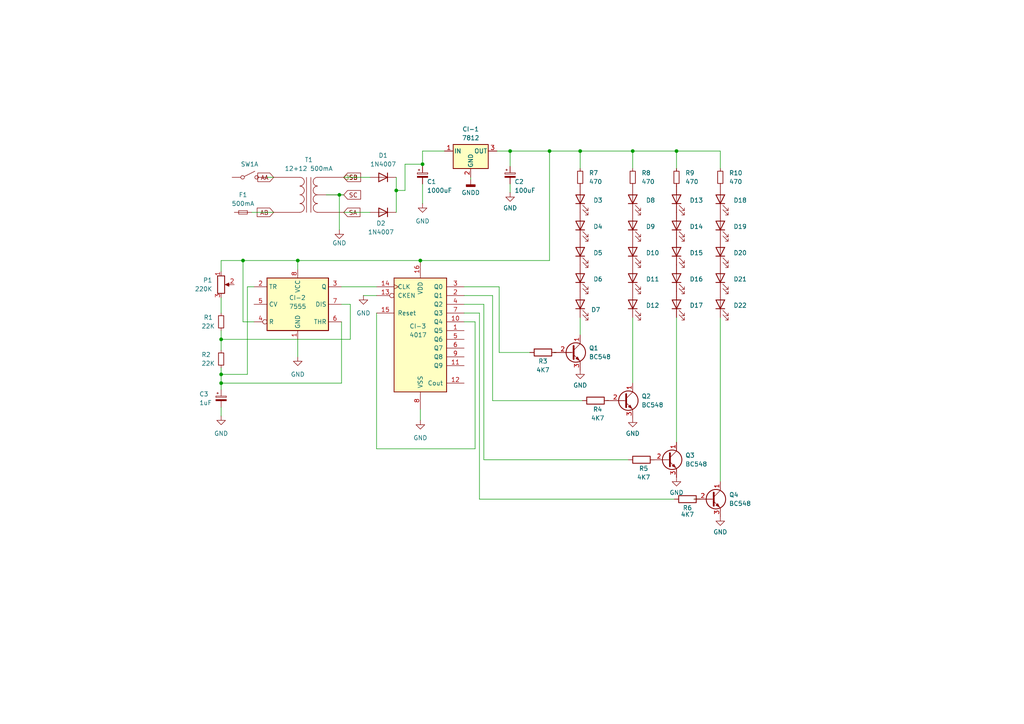
<source format=kicad_sch>
(kicad_sch (version 20231120) (generator "eeschema") (generator_version "8.0")
  (paper "A4")
  (lib_symbols
    (symbol "4xxx:4017" (pin_names (offset 1.016))
      (property "Reference" "U" (at -7.62 16.51 0))
      (property "Value" "4017" (at -7.62 -19.05 0))
      (symbol "4017_1_0"
        (pin output line (at 12.7 0 180) (length 5.08) (name "Q5") (number "1"))
        (pin output line (at 12.7 2.54 180) (length 5.08) (name "Q4") (number "10"))
        (pin output line (at 12.7 -10.16 180) (length 5.08) (name "Q9") (number "11"))
        (pin output line (at 12.7 -15.24 180) (length 5.08) (name "Cout") (number "12"))
        (pin input inverted (at -12.7 10.16 0) (length 5.08) (name "CKEN") (number "13"))
        (pin input clock (at -12.7 12.7 0) (length 5.08) (name "CLK") (number "14"))
        (pin input line (at -12.7 5.08 0) (length 5.08) (name "Reset") (number "15"))
        (pin power_in line (at 0 20.32 270) (length 5.08) (name "VDD") (number "16"))
        (pin output line (at 12.7 10.16 180) (length 5.08) (name "Q1") (number "2"))
        (pin output line (at 12.7 12.7 180) (length 5.08) (name "Q0") (number "3"))
        (pin output line (at 12.7 7.62 180) (length 5.08) (name "Q2") (number "4"))
        (pin output line (at 12.7 -2.54 180) (length 5.08) (name "Q6") (number "5"))
        (pin output line (at 12.7 -5.08 180) (length 5.08) (name "Q7") (number "6"))
        (pin output line (at 12.7 5.08 180) (length 5.08) (name "Q3") (number "7"))
        (pin power_in line (at 0 -22.86 90) (length 5.08) (name "VSS") (number "8"))
        (pin output line (at 12.7 -7.62 180) (length 5.08) (name "Q8") (number "9"))
      )
      (symbol "4017_1_1"
        (rectangle (start -7.62 15.24) (end 7.62 -17.78) (stroke (width 0.254)) (fill (type background)))
      )
    )
    (symbol "Device:C_Polarized_Small" (pin_numbers hide) (pin_names (offset 0.254) hide)
      (property "Reference" "C" (at 0.254 1.778 0))
      (property "Value" "C_Polarized_Small" (at 0.254 -2.032 0))
      (symbol "C_Polarized_Small_0_1"
        (rectangle (start -1.524 -0.3048) (end 1.524 -0.6858) (fill (type outline)))
        (rectangle (start -1.524 0.6858) (end 1.524 0.3048))
        (polyline (pts (xy -1.27 1.524) (xy -0.762 1.524)))
        (polyline (pts (xy -1.016 1.27) (xy -1.016 1.778)))
      )
      (symbol "C_Polarized_Small_1_1"
        (pin passive line (at 0 2.54 270) (length 1.8542) (name "~") (number "1"))
        (pin passive line (at 0 -2.54 90) (length 1.8542) (name "~") (number "2"))
      )
    )
    (symbol "Device:Fuse_Small" (pin_numbers hide) (pin_names (offset 0.254) hide)
      (property "Reference" "F" (at 0 -1.524 0))
      (property "Value" "Fuse_Small" (at 0 1.524 0))
      (symbol "Fuse_Small_0_1"
        (rectangle (start -1.27 0.508) (end 1.27 -0.508))
        (polyline (pts (xy -1.27 0) (xy 1.27 0)))
      )
      (symbol "Fuse_Small_1_1"
        (pin passive line (at -2.54 0 0) (length 1.27) (name "~") (number "1"))
        (pin passive line (at 2.54 0 180) (length 1.27) (name "~") (number "2"))
      )
    )
    (symbol "Device:LED" (pin_numbers hide) (pin_names (offset 1.016) hide)
      (property "Reference" "D" (at 0 2.54 0))
      (property "Value" "LED" (at 0 -2.54 0))
      (symbol "LED_0_1"
        (polyline (pts (xy -1.27 -1.27) (xy -1.27 1.27)) (stroke (width 0.254)))
        (polyline (pts (xy -1.27 0) (xy 1.27 0)))
        (polyline (pts (xy 1.27 -1.27) (xy 1.27 1.27) (xy -1.27 0) (xy 1.27 -1.27)) (stroke (width 0.254)))
        (polyline (pts (xy -3.048 -0.762) (xy -4.572 -2.286) (xy -3.81 -2.286) (xy -4.572 -2.286) (xy -4.572 -1.524)))
        (polyline (pts (xy -1.778 -0.762) (xy -3.302 -2.286) (xy -2.54 -2.286) (xy -3.302 -2.286) (xy -3.302 -1.524)))
      )
      (symbol "LED_1_1"
        (pin passive line (at -3.81 0 0) (length 2.54) (name "K") (number "1"))
        (pin passive line (at 3.81 0 180) (length 2.54) (name "A") (number "2"))
      )
    )
    (symbol "Device:R" (pin_numbers hide) (pin_names (offset 0))
      (property "Reference" "R" (at 2.032 0 90))
      (property "Value" "R" (at 0 0 90))
      (symbol "R_0_1"
        (rectangle (start -1.016 -2.54) (end 1.016 2.54) (stroke (width 0.254)))
      )
      (symbol "R_1_1"
        (pin passive line (at 0 3.81 270) (length 1.27) (name "~") (number "1"))
        (pin passive line (at 0 -3.81 90) (length 1.27) (name "~") (number "2"))
      )
    )
    (symbol "Device:R_Potentiometer" (pin_names (offset 1.016) hide)
      (property "Reference" "RV" (at -4.445 0 90))
      (property "Value" "R_Potentiometer" (at -2.54 0 90))
      (symbol "R_Potentiometer_0_1"
        (polyline (pts (xy 2.54 0) (xy 1.524 0)))
        (polyline (pts (xy 1.143 0) (xy 2.286 0.508) (xy 2.286 -0.508) (xy 1.143 0)) (fill (type outline)))
        (rectangle (start 1.016 2.54) (end -1.016 -2.54) (stroke (width 0.254)))
      )
      (symbol "R_Potentiometer_1_1"
        (pin passive line (at 0 3.81 270) (length 1.27) (name "1") (number "1"))
        (pin passive line (at 3.81 0 180) (length 1.27) (name "2") (number "2"))
        (pin passive line (at 0 -3.81 90) (length 1.27) (name "3") (number "3"))
      )
    )
    (symbol "Device:R_Small" (pin_numbers hide) (pin_names (offset 0.254) hide)
      (property "Reference" "R" (at 0.762 0.508 0))
      (property "Value" "R_Small" (at 0.762 -1.016 0))
      (symbol "R_Small_0_1"
        (rectangle (start -0.762 1.778) (end 0.762 -1.778) (stroke (width 0.2032)))
      )
      (symbol "R_Small_1_1"
        (pin passive line (at 0 2.54 270) (length 0.762) (name "~") (number "1"))
        (pin passive line (at 0 -2.54 90) (length 0.762) (name "~") (number "2"))
      )
    )
    (symbol "Device:Transformer_1P_SS" (pin_numbers hide) (pin_names (offset 1.016) hide)
      (property "Reference" "T" (at 0 6.35 0))
      (property "Value" "Transformer_1P_SS" (at 0 -7.62 0))
      (symbol "Transformer_1P_SS_0_1"
        (arc (start -2.54 -5.0546) (mid -1.6599 -4.6901) (end -1.27 -3.81))
        (arc (start -2.54 -2.5146) (mid -1.6599 -2.1501) (end -1.27 -1.27))
        (arc (start -2.54 0.0254) (mid -1.6599 0.3899) (end -1.27 1.27))
        (arc (start -2.54 2.5654) (mid -1.6599 2.9299) (end -1.27 3.81))
        (arc (start -1.27 -3.81) (mid -1.642 -2.912) (end -2.54 -2.54))
        (arc (start -1.27 -1.27) (mid -1.642 -0.372) (end -2.54 0))
        (arc (start -1.27 1.27) (mid -1.642 2.168) (end -2.54 2.54))
        (arc (start -1.27 3.81) (mid -1.642 4.708) (end -2.54 5.08))
        (polyline (pts (xy -0.635 5.08) (xy -0.635 -5.08)))
        (polyline (pts (xy 0.635 -5.08) (xy 0.635 5.08)))
        (arc (start 1.2954 -1.27) (mid 1.6599 -2.1501) (end 2.54 -2.5146))
        (arc (start 1.2954 1.27) (mid 1.6599 0.3899) (end 2.54 0.0254))
        (arc (start 1.2954 3.81) (mid 1.6599 2.9299) (end 2.54 2.5654))
        (arc (start 1.3208 -3.81) (mid 1.6853 -4.6901) (end 2.5654 -5.0546))
        (arc (start 2.54 0) (mid 1.642 -0.372) (end 1.2954 -1.27))
        (arc (start 2.54 2.54) (mid 1.642 2.168) (end 1.2954 1.27))
        (arc (start 2.54 5.08) (mid 1.642 4.708) (end 1.2954 3.81))
        (arc (start 2.5654 -2.54) (mid 1.6674 -2.912) (end 1.3208 -3.81))
      )
      (symbol "Transformer_1P_SS_1_1"
        (pin passive line (at -10.16 5.08 0) (length 7.62) (name "AA") (number "1"))
        (pin passive line (at -10.16 -5.08 0) (length 7.62) (name "AB") (number "2"))
        (pin passive line (at 10.16 -5.08 180) (length 7.62) (name "SA") (number "3"))
        (pin passive line (at 10.16 0 180) (length 7.62) (name "SC") (number "4"))
        (pin passive line (at 10.16 5.08 180) (length 7.62) (name "SB") (number "5"))
      )
    )
    (symbol "Diode:1N4007" (pin_numbers hide) (pin_names hide)
      (property "Reference" "D" (at 0 2.54 0))
      (property "Value" "1N4007" (at 0 -2.54 0))
      (symbol "1N4007_0_1"
        (polyline (pts (xy -1.27 1.27) (xy -1.27 -1.27)) (stroke (width 0.254)))
        (polyline (pts (xy 1.27 0) (xy -1.27 0)))
        (polyline (pts (xy 1.27 1.27) (xy 1.27 -1.27) (xy -1.27 0) (xy 1.27 1.27)) (stroke (width 0.254)))
      )
      (symbol "1N4007_1_1"
        (pin passive line (at -3.81 0 0) (length 2.54) (name "K") (number "1"))
        (pin passive line (at 3.81 0 180) (length 2.54) (name "A") (number "2"))
      )
    )
    (symbol "Regulator_Linear:L7812" (pin_names (offset 0.254))
      (property "Reference" "U" (at -3.81 3.175 0))
      (property "Value" "L7812" (at 0 3.175 0))
      (symbol "L7812_0_1"
        (rectangle (start -5.08 1.905) (end 5.08 -5.08) (stroke (width 0.254)) (fill (type background)))
      )
      (symbol "L7812_1_1"
        (pin power_in line (at -7.62 0 0) (length 2.54) (name "IN") (number "1"))
        (pin power_in line (at 0 -7.62 90) (length 2.54) (name "GND") (number "2"))
        (pin power_out line (at 7.62 0 180) (length 2.54) (name "OUT") (number "3"))
      )
    )
    (symbol "Switch:SW_DPST_x2" (pin_numbers hide) (pin_names (offset 0) hide)
      (property "Reference" "SW" (at 0 3.175 0))
      (property "Value" "SW_DPST_x2" (at 0 -2.54 0))
      (symbol "SW_DPST_x2_0_0"
        (circle (center -2.032 0) (radius 0.508))
        (polyline (pts (xy -1.524 0.254) (xy 1.524 1.778)))
        (circle (center 2.032 0) (radius 0.508))
      )
      (symbol "SW_DPST_x2_1_1"
        (pin passive line (at -5.08 0 0) (length 2.54) (name "A") (number "1"))
        (pin passive line (at 5.08 0 180) (length 2.54) (name "B") (number "2"))
      )
      (symbol "SW_DPST_x2_2_1"
        (pin passive line (at -5.08 0 0) (length 2.54) (name "A") (number "3"))
        (pin passive line (at 5.08 0 180) (length 2.54) (name "B") (number "4"))
      )
    )
    (symbol "Timer:ICM7555xB"
      (property "Reference" "U" (at -10.16 8.89 0))
      (property "Value" "ICM7555xB" (at 2.54 8.89 0))
      (symbol "ICM7555xB_0_0"
        (pin power_in line (at 0 -10.16 90) (length 2.54) (name "GND") (number "1"))
        (pin power_in line (at 0 10.16 270) (length 2.54) (name "VCC") (number "8"))
      )
      (symbol "ICM7555xB_0_1"
        (rectangle (start -8.89 -7.62) (end 8.89 7.62) (stroke (width 0.254)) (fill (type background)))
        (rectangle (start -8.89 -7.62) (end 8.89 7.62) (stroke (width 0.254)) (fill (type background)))
      )
      (symbol "ICM7555xB_1_1"
        (pin input line (at -12.7 5.08 0) (length 3.81) (name "TR") (number "2"))
        (pin output line (at 12.7 5.08 180) (length 3.81) (name "Q") (number "3"))
        (pin input inverted (at -12.7 -5.08 0) (length 3.81) (name "R") (number "4"))
        (pin input line (at -12.7 0 0) (length 3.81) (name "CV") (number "5"))
        (pin input line (at 12.7 -5.08 180) (length 3.81) (name "THR") (number "6"))
        (pin input line (at 12.7 0 180) (length 3.81) (name "DIS") (number "7"))
      )
    )
    (symbol "Transistor_BJT:BC548" (pin_names (offset 0) hide)
      (property "Reference" "Q" (at 5.08 1.905 0))
      (property "Value" "BC548" (at 5.08 0 0))
      (symbol "BC548_0_1"
        (polyline (pts (xy 0 0) (xy 0.635 0)))
        (polyline (pts (xy 0.635 0.635) (xy 2.54 2.54)))
        (polyline (pts (xy 0.635 -0.635) (xy 2.54 -2.54) (xy 2.54 -2.54)))
        (polyline (pts (xy 0.635 1.905) (xy 0.635 -1.905) (xy 0.635 -1.905)) (stroke (width 0.508)))
        (polyline (pts (xy 1.27 -1.778) (xy 1.778 -1.27) (xy 2.286 -2.286) (xy 1.27 -1.778) (xy 1.27 -1.778)) (fill (type outline)))
        (circle (center 1.27 0) (radius 2.8194) (stroke (width 0.254)))
      )
      (symbol "BC548_1_1"
        (pin passive line (at 2.54 5.08 270) (length 2.54) (name "C") (number "1"))
        (pin input line (at -5.08 0 0) (length 5.08) (name "B") (number "2"))
        (pin passive line (at 2.54 -5.08 90) (length 2.54) (name "E") (number "3"))
      )
    )
    (symbol "power:GND" (power) (pin_numbers hide) (pin_names (offset 0) hide)
      (property "Value" "GND" (at 0 -3.81 0))
      (symbol "GND_0_1"
        (polyline (pts (xy 0 0) (xy 0 -1.27) (xy 1.27 -1.27) (xy 0 -2.54) (xy -1.27 -1.27) (xy 0 -1.27)))
      )
      (symbol "GND_1_1"
        (pin power_in line (at 0 0 270) (length 0) (name "~") (number "1"))
      )
    )
    (symbol "power:GNDD" (power) (pin_numbers hide) (pin_names (offset 0) hide)
      (property "Value" "GNDD" (at 0 -3.175 0))
      (symbol "GNDD_0_1"
        (rectangle (start -1.27 -1.524) (end 1.27 -2.032) (stroke (width 0.254)) (fill (type outline)))
        (polyline (pts (xy 0 0) (xy 0 -1.524)))
      )
      (symbol "GNDD_1_1"
        (pin power_in line (at 0 0 270) (length 0) (name "~") (number "1"))
      )
    )
  )
  (junction (at 86.36 75.565))
  (junction (at 114.935 55.245))
  (junction (at 70.485 75.565))
  (junction (at 147.955 43.815))
  (junction (at 64.135 108.585))
  (junction (at 168.275 43.815))
  (junction (at 196.215 43.815))
  (junction (at 121.92 75.565))
  (junction (at 64.135 111.125))
  (junction (at 64.135 98.425))
  (junction (at 122.555 47.625))
  (junction (at 183.515 43.815))
  (junction (at 98.425 56.515))
  (junction (at 159.385 43.815))
  (wire (pts (xy 86.36 75.565) (xy 86.36 78.105)))
  (wire (pts (xy 147.955 43.815) (xy 144.145 43.815)))
  (wire (pts (xy 139.065 90.805) (xy 139.065 144.78)))
  (wire (pts (xy 64.135 95.885) (xy 64.135 98.425)))
  (wire (pts (xy 79.375 61.595) (xy 73.025 61.595)))
  (wire (pts (xy 122.555 47.625) (xy 122.555 48.26)))
  (wire (pts (xy 208.915 43.815) (xy 208.915 48.895)))
  (wire (pts (xy 137.795 93.345) (xy 134.62 93.345)))
  (wire (pts (xy 175.895 116.205) (xy 176.53 116.205)))
  (wire (pts (xy 99.06 88.265) (xy 101.6 88.265)))
  (wire (pts (xy 109.22 130.175) (xy 137.795 130.175)))
  (wire (pts (xy 64.135 111.125) (xy 99.06 111.125)))
  (wire (pts (xy 122.555 43.815) (xy 128.905 43.815)))
  (wire (pts (xy 71.755 83.185) (xy 71.755 108.585)))
  (wire (pts (xy 64.135 98.425) (xy 64.135 101.6)))
  (wire (pts (xy 208.915 92.075) (xy 208.915 139.7)))
  (wire (pts (xy 86.36 98.425) (xy 86.36 103.505)))
  (wire (pts (xy 159.385 43.815) (xy 159.385 75.565)))
  (wire (pts (xy 168.275 43.815) (xy 183.515 43.815)))
  (wire (pts (xy 64.135 106.68) (xy 64.135 108.585)))
  (wire (pts (xy 147.955 43.815) (xy 159.385 43.815)))
  (wire (pts (xy 142.875 116.205) (xy 168.91 116.205)))
  (wire (pts (xy 70.485 75.565) (xy 70.485 93.345)))
  (wire (pts (xy 99.695 56.515) (xy 98.425 56.515)))
  (wire (pts (xy 144.78 83.185) (xy 144.78 102.235)))
  (wire (pts (xy 99.695 51.435) (xy 107.315 51.435)))
  (wire (pts (xy 101.6 88.265) (xy 101.6 98.425)))
  (wire (pts (xy 134.62 85.725) (xy 142.875 85.725)))
  (wire (pts (xy 134.62 88.265) (xy 140.335 88.265)))
  (wire (pts (xy 134.62 90.805) (xy 139.065 90.805)))
  (wire (pts (xy 159.385 43.815) (xy 168.275 43.815)))
  (wire (pts (xy 114.935 55.245) (xy 114.935 61.595)))
  (wire (pts (xy 109.22 90.805) (xy 109.22 130.175)))
  (wire (pts (xy 114.935 51.435) (xy 114.935 55.245)))
  (wire (pts (xy 98.425 56.515) (xy 94.615 56.515)))
  (wire (pts (xy 183.515 43.815) (xy 183.515 48.895)))
  (wire (pts (xy 107.315 61.595) (xy 99.695 61.595)))
  (wire (pts (xy 183.515 92.075) (xy 183.515 111.125)))
  (wire (pts (xy 142.875 85.725) (xy 142.875 116.205)))
  (wire (pts (xy 159.385 75.565) (xy 121.92 75.565)))
  (wire (pts (xy 144.78 102.235) (xy 153.67 102.235)))
  (wire (pts (xy 64.135 111.125) (xy 64.135 113.03)))
  (wire (pts (xy 168.275 43.815) (xy 168.275 48.895)))
  (wire (pts (xy 64.135 108.585) (xy 64.135 111.125)))
  (wire (pts (xy 64.135 98.425) (xy 101.6 98.425)))
  (wire (pts (xy 77.47 51.435) (xy 79.375 51.435)))
  (wire (pts (xy 117.475 47.625) (xy 117.475 55.245)))
  (wire (pts (xy 99.06 93.345) (xy 99.06 111.125)))
  (wire (pts (xy 122.555 43.815) (xy 122.555 47.625)))
  (wire (pts (xy 136.525 52.07) (xy 136.525 51.435)))
  (wire (pts (xy 137.795 93.345) (xy 137.795 130.175)))
  (wire (pts (xy 140.335 88.265) (xy 140.335 133.35)))
  (wire (pts (xy 196.215 43.815) (xy 208.915 43.815)))
  (wire (pts (xy 70.485 75.565) (xy 86.36 75.565)))
  (wire (pts (xy 64.135 120.65) (xy 64.135 118.11)))
  (wire (pts (xy 196.215 43.815) (xy 196.215 48.895)))
  (wire (pts (xy 134.62 83.185) (xy 144.78 83.185)))
  (wire (pts (xy 139.065 144.78) (xy 195.58 144.78)))
  (wire (pts (xy 122.555 53.34) (xy 122.555 59.055)))
  (wire (pts (xy 121.92 121.92) (xy 121.92 118.745)))
  (wire (pts (xy 98.425 56.515) (xy 98.425 66.675)))
  (wire (pts (xy 147.955 48.26) (xy 147.955 43.815)))
  (wire (pts (xy 121.92 75.565) (xy 86.36 75.565)))
  (wire (pts (xy 64.135 75.565) (xy 70.485 75.565)))
  (wire (pts (xy 147.955 55.88) (xy 147.955 53.34)))
  (wire (pts (xy 64.135 75.565) (xy 64.135 78.74)))
  (wire (pts (xy 140.335 133.35) (xy 182.245 133.35)))
  (wire (pts (xy 196.215 92.075) (xy 196.215 128.27)))
  (wire (pts (xy 73.66 83.185) (xy 71.755 83.185)))
  (wire (pts (xy 99.06 83.185) (xy 109.22 83.185)))
  (wire (pts (xy 64.135 108.585) (xy 71.755 108.585)))
  (wire (pts (xy 117.475 47.625) (xy 122.555 47.625)))
  (wire (pts (xy 168.275 92.075) (xy 168.275 97.155)))
  (wire (pts (xy 188.595 133.35) (xy 189.865 133.35)))
  (wire (pts (xy 183.515 43.815) (xy 196.215 43.815)))
  (wire (pts (xy 117.475 55.245) (xy 114.935 55.245)))
  (wire (pts (xy 160.655 102.235) (xy 161.29 102.235)))
  (wire (pts (xy 64.135 86.36) (xy 64.135 90.805)))
  (wire (pts (xy 105.41 85.725) (xy 109.22 85.725)))
  (wire (pts (xy 73.66 93.345) (xy 70.485 93.345)))
  (wire (pts (xy 201.295 144.78) (xy 203.2 144.78)))
  (global_label "SC" (shape input) (at 99.695 56.515 0) (property "Intersheetrefs" "${INTERSHEET_REFS}" (effects (hide yes))))
  (global_label "SA" (shape input) (at 99.695 61.595 0) (property "Intersheetrefs" "${INTERSHEET_REFS}" (effects (hide yes))))
  (global_label "AA" (shape input) (at 79.375 51.435 180) (property "Intersheetrefs" "${INTERSHEET_REFS}" (effects (hide yes))))
  (global_label "SB" (shape input) (at 99.695 51.435 0) (property "Intersheetrefs" "${INTERSHEET_REFS}" (effects (hide yes))))
  (global_label "AB" (shape input) (at 79.375 61.595 180) (property "Intersheetrefs" "${INTERSHEET_REFS}" (effects (hide yes))))
  (hierarchical_label "SB" (shape input) (at 99.695 51.435 0))
  (symbol (lib_id "Device:LED") (at 168.275 88.265 90) (unit 1)
    (property "Reference" "D7" (at 171.45 89.8524 90) (effects (justify right)))
    (property "Value" "LED" (effects (hide yes)))
    (property "Footprint" "LED_THT:LED_D5.0mm" (effects (hide yes)))
    (property "Description" "Light emitting diode" (effects (hide yes)))
  )
  (symbol (lib_id "Switch:SW_DPST_x2") (at 72.39 51.435 0) (unit 1)
    (property "Reference" "SW1" (at 72.39 47.625 0))
    (property "Footprint" "Button_Switch_SMD:SW_DIP_SPSTx01_Slide_6.7x4.1mm_W6.73mm_P2.54mm_LowProfile_JPin" (effects (hide yes)))
    (property "Description" "Single Pole Single Throw (SPST) switch, separate symbol" (effects (hide yes)))
  )
  (symbol (lib_id "Device:R") (at 157.48 102.235 270) (unit 1)
    (property "Reference" "R3" (at 157.48 104.775 90))
    (property "Value" "4K7" (at 157.48 107.315 90))
    (property "Footprint" "Resistor_THT:R_Axial_DIN0204_L3.6mm_D1.6mm_P1.90mm_Vertical" (effects (hide yes)))
    (property "Description" "Resistor" (effects (hide yes)))
  )
  (symbol (lib_id "Device:LED") (at 183.515 88.265 90) (unit 1)
    (property "Reference" "D12" (at 187.325 88.5824 90) (effects (justify right)))
    (property "Value" "LED" (effects (hide yes)))
    (property "Footprint" "LED_THT:LED_D5.0mm" (effects (hide yes)))
    (property "Description" "Light emitting diode" (effects (hide yes)))
  )
  (symbol (lib_id "power:GND") (at 64.135 120.65 0) (unit 1)
    (property "Reference" "#PWR01" (effects (hide yes)))
    (property "Value" "GND" (at 64.135 125.73 0))
    (property "Description" "Power symbol creates a global label with name \"GND\" , ground" (effects (hide yes)))
  )
  (symbol (lib_id "power:GND") (at 196.215 138.43 0) (unit 1)
    (property "Reference" "#PWR09" (effects (hide yes)))
    (property "Value" "GND" (at 196.215 142.875 0))
    (property "Description" "Power symbol creates a global label with name \"GND\" , ground" (effects (hide yes)))
  )
  (symbol (lib_id "Device:LED") (at 196.215 80.645 90) (unit 1)
    (property "Reference" "D16" (at 200.025 80.9624 90) (effects (justify right)))
    (property "Value" "LED" (effects (hide yes)))
    (property "Footprint" "LED_THT:LED_D5.0mm" (effects (hide yes)))
    (property "Description" "Light emitting diode" (effects (hide yes)))
  )
  (symbol (lib_id "Device:R_Potentiometer") (at 64.135 82.55 0) (unit 1)
    (property "Reference" "P1" (at 61.595 81.28 0) (effects (justify right)))
    (property "Value" "220K" (at 61.595 83.82 0) (effects (justify right)))
    (property "Footprint" "Potentiometer_THT:Potentiometer_Vishay_T93YA_Vertical" (effects (hide yes)))
    (property "Description" "Potentiometer" (effects (hide yes)))
  )
  (symbol (lib_id "Transistor_BJT:BC548") (at 180.975 116.205 0) (unit 1)
    (property "Reference" "Q2" (at 186.055 114.9349 0) (effects (justify left)))
    (property "Value" "BC548" (at 186.055 117.4749 0) (effects (justify left)))
    (property "Footprint" "Package_TO_SOT_THT:TO-92L_Inline" (effects (hide yes)))
    (property "Datasheet" "https://www.onsemi.com/pub/Collateral/BC550-D.pdf" (effects (hide yes)))
    (property "Description" "0.1A Ic, 30V Vce, Small Signal NPN Transistor, TO-92" (effects (hide yes)))
  )
  (symbol (lib_id "Device:LED") (at 183.515 80.645 90) (unit 1)
    (property "Reference" "D11" (at 187.325 80.9624 90) (effects (justify right)))
    (property "Value" "LED" (effects (hide yes)))
    (property "Footprint" "LED_THT:LED_D5.0mm" (effects (hide yes)))
    (property "Description" "Light emitting diode" (effects (hide yes)))
  )
  (symbol (lib_id "4xxx:4017") (at 121.92 95.885 0) (unit 1)
    (property "Reference" "CI-3" (at 118.745 94.615 0) (effects (justify left)))
    (property "Value" "4017" (at 118.745 97.155 0) (effects (justify left)))
    (property "Footprint" "Package_DIP:DIP-16_W7.62mm" (effects (hide yes)))
    (property "Datasheet" "http://www.intersil.com/content/dam/Intersil/documents/cd40/cd4017bms-22bms.pdf" (effects (hide yes)))
    (property "Description" "Johnson Counter ( 10 outputs )" (effects (hide yes)))
  )
  (symbol (lib_id "Device:R_Small") (at 168.275 51.435 0) (unit 1)
    (property "Reference" "R7" (at 170.815 50.1649 0) (effects (justify left)))
    (property "Value" "470" (at 170.815 52.7049 0) (effects (justify left)))
    (property "Footprint" "Resistor_THT:R_Axial_DIN0204_L3.6mm_D1.6mm_P1.90mm_Vertical" (effects (hide yes)))
    (property "Description" "Resistor, small symbol" (effects (hide yes)))
  )
  (symbol (lib_id "Device:LED") (at 168.275 80.645 90) (unit 1)
    (property "Reference" "D6" (at 172.085 80.9624 90) (effects (justify right)))
    (property "Value" "LED" (effects (hide yes)))
    (property "Footprint" "LED_THT:LED_D5.0mm" (effects (hide yes)))
    (property "Description" "Light emitting diode" (effects (hide yes)))
  )
  (symbol (lib_id "power:GNDD") (at 136.525 52.07 0) (unit 1)
    (property "Reference" "#PWR03" (effects (hide yes)))
    (property "Value" "GNDD" (at 136.525 55.88 0))
    (property "Description" "Power symbol creates a global label with name \"GNDD\" , digital ground" (effects (hide yes)))
  )
  (symbol (lib_id "power:GND") (at 121.92 121.92 0) (unit 1)
    (property "Reference" "#PWR05" (effects (hide yes)))
    (property "Value" "GND" (at 121.92 127 0))
    (property "Description" "Power symbol creates a global label with name \"GND\" , ground" (effects (hide yes)))
  )
  (symbol (lib_id "power:GND") (at 122.555 59.055 0) (unit 1)
    (property "Reference" "#PWR02" (effects (hide yes)))
    (property "Value" "GND" (at 122.555 64.135 0))
    (property "Description" "Power symbol creates a global label with name \"GND\" , ground" (effects (hide yes)))
  )
  (symbol (lib_id "power:GND") (at 147.955 55.88 0) (unit 1)
    (property "Reference" "#PWR013" (effects (hide yes)))
    (property "Value" "GND" (at 147.955 60.325 0))
    (property "Description" "Power symbol creates a global label with name \"GND\" , ground" (effects (hide yes)))
  )
  (symbol (lib_id "Device:LED") (at 168.275 65.405 90) (unit 1)
    (property "Reference" "D4" (at 172.085 65.7224 90) (effects (justify right)))
    (property "Value" "LED" (effects (hide yes)))
    (property "Footprint" "LED_THT:LED_D5.0mm" (effects (hide yes)))
    (property "Description" "Light emitting diode" (effects (hide yes)))
  )
  (symbol (lib_id "Diode:1N4007") (at 111.125 61.595 180) (unit 1)
    (property "Reference" "D2" (at 110.49 64.77 0))
    (property "Value" "1N4007" (at 110.49 67.31 0))
    (property "Footprint" "Diode_THT:D_T-1_P10.16mm_Horizontal" (effects (hide yes)))
    (property "Datasheet" "http://www.vishay.com/docs/88503/1n4001.pdf" (effects (hide yes)))
    (property "Description" "1000V 1A General Purpose Rectifier Diode, DO-41" (effects (hide yes)))
    (property "Sim.Device" "D" (effects (hide yes)))
    (property "Sim.Pins" "1=K 2=A" (effects (hide yes)))
  )
  (symbol (lib_id "power:GND") (at 168.275 107.315 0) (unit 1)
    (property "Reference" "#PWR07" (effects (hide yes)))
    (property "Value" "GND" (at 168.275 111.76 0))
    (property "Description" "Power symbol creates a global label with name \"GND\" , ground" (effects (hide yes)))
  )
  (symbol (lib_id "Device:LED") (at 208.915 88.265 90) (unit 1)
    (property "Reference" "D22" (at 212.725 88.5824 90) (effects (justify right)))
    (property "Value" "LED" (effects (hide yes)))
    (property "Footprint" "LED_THT:LED_D5.0mm" (effects (hide yes)))
    (property "Description" "Light emitting diode" (effects (hide yes)))
  )
  (symbol (lib_id "Device:LED") (at 208.915 57.785 90) (unit 1)
    (property "Reference" "D18" (at 212.725 58.1024 90) (effects (justify right)))
    (property "Value" "LED" (effects (hide yes)))
    (property "Footprint" "LED_THT:LED_D5.0mm" (effects (hide yes)))
    (property "Description" "Light emitting diode" (effects (hide yes)))
  )
  (symbol (lib_id "Device:R_Small") (at 64.135 104.14 0) (unit 1)
    (property "Reference" "R2" (at 58.42 102.87 0) (effects (justify left)))
    (property "Value" "22K" (at 58.42 105.41 0) (effects (justify left)))
    (property "Footprint" "Resistor_THT:R_Axial_DIN0204_L3.6mm_D1.6mm_P5.08mm_Vertical" (effects (hide yes)))
    (property "Description" "Resistor, small symbol" (effects (hide yes)))
  )
  (symbol (lib_id "Device:LED") (at 208.915 80.645 90) (unit 1)
    (property "Reference" "D21" (at 212.725 80.9624 90) (effects (justify right)))
    (property "Value" "LED" (effects (hide yes)))
    (property "Footprint" "LED_THT:LED_D5.0mm" (effects (hide yes)))
    (property "Description" "Light emitting diode" (effects (hide yes)))
  )
  (symbol (lib_id "power:GND") (at 105.41 85.725 0) (unit 1)
    (property "Reference" "#PWR06" (effects (hide yes)))
    (property "Value" "GND" (at 105.41 90.805 0))
    (property "Description" "Power symbol creates a global label with name \"GND\" , ground" (effects (hide yes)))
  )
  (symbol (lib_id "Device:Fuse_Small") (at 70.485 61.595 0) (unit 1)
    (property "Reference" "F1" (at 70.485 56.515 0))
    (property "Value" "500mA" (at 70.485 59.055 0))
    (property "Footprint" "Fuse:Fuse_1812_4532Metric" (effects (hide yes)))
    (property "Description" "Fuse, small symbol" (effects (hide yes)))
  )
  (symbol (lib_id "power:GND") (at 208.915 149.86 0) (unit 1)
    (property "Reference" "#PWR010" (effects (hide yes)))
    (property "Value" "GND" (at 208.915 154.305 0))
    (property "Description" "Power symbol creates a global label with name \"GND\" , ground" (effects (hide yes)))
  )
  (symbol (lib_id "Diode:1N4007") (at 111.125 51.435 180) (unit 1)
    (property "Reference" "D1" (at 111.125 45.085 0))
    (property "Value" "1N4007" (at 111.125 47.625 0))
    (property "Footprint" "Diode_THT:D_T-1_P10.16mm_Horizontal" (effects (hide yes)))
    (property "Datasheet" "http://www.vishay.com/docs/88503/1n4001.pdf" (effects (hide yes)))
    (property "Description" "1000V 1A General Purpose Rectifier Diode, DO-41" (effects (hide yes)))
    (property "Sim.Device" "D" (effects (hide yes)))
    (property "Sim.Pins" "1=K 2=A" (effects (hide yes)))
  )
  (symbol (lib_id "Timer:ICM7555xB") (at 86.36 88.265 0) (unit 1)
    (property "Reference" "CI-2" (at 83.82 86.36 0) (effects (justify left)))
    (property "Value" "7555" (at 83.82 88.9 0) (effects (justify left)))
    (property "Footprint" "Package_DIP:DIP-8_W7.62mm_Socket" (effects (hide yes)))
    (property "Datasheet" "http://www.intersil.com/content/dam/Intersil/documents/icm7/icm7555-56.pdf" (effects (hide yes)))
    (property "Description" "CMOS General Purpose Timer, 555 compatible, SOIC-8" (effects (hide yes)))
  )
  (symbol (lib_id "Device:LED") (at 183.515 57.785 90) (unit 1)
    (property "Reference" "D8" (at 187.325 58.1024 90) (effects (justify right)))
    (property "Value" "LED" (effects (hide yes)))
    (property "Footprint" "LED_THT:LED_D5.0mm" (effects (hide yes)))
    (property "Description" "Light emitting diode" (effects (hide yes)))
  )
  (symbol (lib_id "Device:LED") (at 208.915 73.025 90) (unit 1)
    (property "Reference" "D20" (at 212.725 73.3424 90) (effects (justify right)))
    (property "Value" "LED" (effects (hide yes)))
    (property "Footprint" "LED_THT:LED_D5.0mm" (effects (hide yes)))
    (property "Description" "Light emitting diode" (effects (hide yes)))
  )
  (symbol (lib_id "Device:LED") (at 168.275 57.785 90) (unit 1)
    (property "Reference" "D3" (at 172.085 58.1024 90) (effects (justify right)))
    (property "Value" "LED" (effects (hide yes)))
    (property "Footprint" "LED_THT:LED_D5.0mm" (effects (hide yes)))
    (property "Description" "Light emitting diode" (effects (hide yes)))
  )
  (symbol (lib_id "Device:Transformer_1P_SS") (at 89.535 56.515 0) (unit 1)
    (property "Reference" "T1" (at 89.5477 46.355 0))
    (property "Value" "12+12 500mA" (at 89.5477 48.895 0))
    (property "Footprint" "Transformer_SMD:Transformer_MACOM_SM-22" (effects (hide yes)))
    (property "Description" "Transformer, single primary, split secondary" (effects (hide yes)))
  )
  (symbol (lib_id "Transistor_BJT:BC548") (at 193.675 133.35 0) (unit 1)
    (property "Reference" "Q3" (at 198.755 132.0799 0) (effects (justify left)))
    (property "Value" "BC548" (at 198.755 134.6199 0) (effects (justify left)))
    (property "Footprint" "Package_TO_SOT_THT:TO-92L_Inline" (effects (hide yes)))
    (property "Datasheet" "https://www.onsemi.com/pub/Collateral/BC550-D.pdf" (effects (hide yes)))
    (property "Description" "0.1A Ic, 30V Vce, Small Signal NPN Transistor, TO-92" (effects (hide yes)))
  )
  (symbol (lib_id "Device:LED") (at 208.915 65.405 90) (unit 1)
    (property "Reference" "D19" (at 212.725 65.7224 90) (effects (justify right)))
    (property "Value" "LED" (effects (hide yes)))
    (property "Footprint" "LED_THT:LED_D5.0mm" (effects (hide yes)))
    (property "Description" "Light emitting diode" (effects (hide yes)))
  )
  (symbol (lib_id "Device:R") (at 172.72 116.205 270) (unit 1)
    (property "Reference" "R4" (at 173.355 118.745 90))
    (property "Value" "4K7" (at 173.355 121.285 90))
    (property "Footprint" "Resistor_THT:R_Axial_DIN0204_L3.6mm_D1.6mm_P1.90mm_Vertical" (effects (hide yes)))
    (property "Description" "Resistor" (effects (hide yes)))
  )
  (symbol (lib_id "Device:LED") (at 196.215 65.405 90) (unit 1)
    (property "Reference" "D14" (at 200.025 65.7224 90) (effects (justify right)))
    (property "Value" "LED" (effects (hide yes)))
    (property "Footprint" "LED_THT:LED_D5.0mm" (effects (hide yes)))
    (property "Description" "Light emitting diode" (effects (hide yes)))
  )
  (symbol (lib_id "Device:C_Polarized_Small") (at 147.955 50.8 0) (unit 1)
    (property "Reference" "C2" (at 149.225 52.705 0) (effects (justify left)))
    (property "Value" "100uF" (at 149.225 55.245 0) (effects (justify left)))
    (property "Footprint" "Capacitor_SMD:CP_Elec_8x6.2" (effects (hide yes)))
    (property "Description" "Polarized capacitor, small symbol" (effects (hide yes)))
  )
  (symbol (lib_id "Device:LED") (at 168.275 73.025 90) (unit 1)
    (property "Reference" "D5" (at 172.085 73.3424 90) (effects (justify right)))
    (property "Value" "LED" (effects (hide yes)))
    (property "Footprint" "LED_THT:LED_D5.0mm" (effects (hide yes)))
    (property "Description" "Light emitting diode" (effects (hide yes)))
  )
  (symbol (lib_id "Device:LED") (at 196.215 73.025 90) (unit 1)
    (property "Reference" "D15" (at 200.025 73.3424 90) (effects (justify right)))
    (property "Value" "LED" (effects (hide yes)))
    (property "Footprint" "LED_THT:LED_D5.0mm" (effects (hide yes)))
    (property "Description" "Light emitting diode" (effects (hide yes)))
  )
  (symbol (lib_id "Device:LED") (at 196.215 57.785 90) (unit 1)
    (property "Reference" "D13" (at 200.025 58.1024 90) (effects (justify right)))
    (property "Value" "LED" (effects (hide yes)))
    (property "Footprint" "LED_THT:LED_D5.0mm" (effects (hide yes)))
    (property "Description" "Light emitting diode" (effects (hide yes)))
  )
  (symbol (lib_id "Device:R") (at 186.055 133.35 270) (unit 1)
    (property "Reference" "R5" (at 186.69 135.89 90))
    (property "Value" "4K7" (at 186.69 138.43 90))
    (property "Footprint" "Resistor_THT:R_Axial_DIN0204_L3.6mm_D1.6mm_P1.90mm_Vertical" (effects (hide yes)))
    (property "Description" "Resistor" (effects (hide yes)))
  )
  (symbol (lib_id "Device:C_Polarized_Small") (at 122.555 50.8 0) (unit 1)
    (property "Reference" "C1" (at 123.825 52.705 0) (effects (justify left)))
    (property "Value" "1000uF" (at 123.825 55.245 0) (effects (justify left)))
    (property "Footprint" "Capacitor_SMD:CP_Elec_8x5.4" (effects (hide yes)))
    (property "Description" "Polarized capacitor, small symbol" (effects (hide yes)))
  )
  (symbol (lib_id "Transistor_BJT:BC548") (at 206.375 144.78 0) (unit 1)
    (property "Reference" "Q4" (at 211.455 143.5099 0) (effects (justify left)))
    (property "Value" "BC548" (at 211.455 146.0499 0) (effects (justify left)))
    (property "Footprint" "Package_TO_SOT_THT:TO-92L_Inline" (effects (hide yes)))
    (property "Datasheet" "https://www.onsemi.com/pub/Collateral/BC550-D.pdf" (effects (hide yes)))
    (property "Description" "0.1A Ic, 30V Vce, Small Signal NPN Transistor, TO-92" (effects (hide yes)))
  )
  (symbol (lib_id "Device:R_Small") (at 64.135 93.345 0) (unit 1)
    (property "Reference" "R1" (at 59.055 92.075 0) (effects (justify left)))
    (property "Value" "22K" (at 58.42 94.615 0) (effects (justify left)))
    (property "Footprint" "Resistor_THT:R_Axial_DIN0204_L3.6mm_D1.6mm_P5.08mm_Vertical" (effects (hide yes)))
    (property "Description" "Resistor, small symbol" (effects (hide yes)))
  )
  (symbol (lib_id "Device:R") (at 199.39 144.78 270) (unit 1)
    (property "Reference" "R6" (at 199.39 147.32 90))
    (property "Value" "4K7" (at 199.39 149.225 90))
    (property "Footprint" "Resistor_THT:R_Axial_DIN0204_L3.6mm_D1.6mm_P1.90mm_Vertical" (effects (hide yes)))
    (property "Description" "Resistor" (effects (hide yes)))
  )
  (symbol (lib_id "Transistor_BJT:BC548") (at 165.735 102.235 0) (unit 1)
    (property "Reference" "Q1" (at 170.815 100.9649 0) (effects (justify left)))
    (property "Value" "BC548" (at 170.815 103.5049 0) (effects (justify left)))
    (property "Footprint" "Package_TO_SOT_THT:TO-92L_Inline" (effects (hide yes)))
    (property "Datasheet" "https://www.onsemi.com/pub/Collateral/BC550-D.pdf" (effects (hide yes)))
    (property "Description" "0.1A Ic, 30V Vce, Small Signal NPN Transistor, TO-92" (effects (hide yes)))
  )
  (symbol (lib_id "power:GND") (at 86.36 103.505 0) (unit 1)
    (property "Reference" "#PWR04" (effects (hide yes)))
    (property "Value" "GND" (at 86.36 108.585 0))
    (property "Description" "Power symbol creates a global label with name \"GND\" , ground" (effects (hide yes)))
  )
  (symbol (lib_id "Device:LED") (at 183.515 73.025 90) (unit 1)
    (property "Reference" "D10" (at 187.325 73.3424 90) (effects (justify right)))
    (property "Value" "LED" (effects (hide yes)))
    (property "Footprint" "LED_THT:LED_D5.0mm" (effects (hide yes)))
    (property "Description" "Light emitting diode" (effects (hide yes)))
  )
  (symbol (lib_id "Device:R_Small") (at 183.515 51.435 0) (unit 1)
    (property "Reference" "R8" (at 186.055 50.1649 0) (effects (justify left)))
    (property "Value" "470" (at 186.055 52.7049 0) (effects (justify left)))
    (property "Footprint" "Resistor_THT:R_Axial_DIN0204_L3.6mm_D1.6mm_P1.90mm_Vertical" (effects (hide yes)))
    (property "Description" "Resistor, small symbol" (effects (hide yes)))
  )
  (symbol (lib_id "power:GND") (at 98.425 66.675 0) (unit 1)
    (property "Reference" "#PWR015" (effects (hide yes)))
    (property "Value" "GND" (at 98.425 70.485 0))
    (property "Description" "Power symbol creates a global label with name \"GND\" , ground" (effects (hide yes)))
  )
  (symbol (lib_id "Regulator_Linear:L7812") (at 136.525 43.815 0) (unit 1)
    (property "Reference" "CI-1" (at 136.525 37.465 0))
    (property "Value" "7812" (at 136.525 40.005 0))
    (property "Footprint" "Package_TO_SOT_THT:TO-3P-3_Vertical" (effects (hide yes)))
    (property "Datasheet" "http://www.st.com/content/ccc/resource/technical/document/datasheet/41/4f/b3/b0/12/d4/47/88/CD00000444.pdf/files/CD00000444.pdf/jcr:content/translations/en.CD00000444.pdf" (effects (hide yes)))
    (property "Description" "Positive 1.5A 35V Linear Regulator, Fixed Output 12V, TO-220/TO-263/TO-252" (effects (hide yes)))
  )
  (symbol (lib_id "Device:LED") (at 196.215 88.265 90) (unit 1)
    (property "Reference" "D17" (at 200.025 88.5824 90) (effects (justify right)))
    (property "Value" "LED" (effects (hide yes)))
    (property "Footprint" "LED_THT:LED_D5.0mm" (effects (hide yes)))
    (property "Description" "Light emitting diode" (effects (hide yes)))
  )
  (symbol (lib_id "Device:C_Polarized_Small") (at 64.135 115.57 0) (unit 1)
    (property "Reference" "C3" (at 57.785 114.3 0) (effects (justify left)))
    (property "Value" "1uF" (at 57.785 116.84 0) (effects (justify left)))
    (property "Footprint" "Capacitor_THT:CP_Radial_D10.0mm_P2.50mm" (effects (hide yes)))
    (property "Description" "Polarized capacitor, small symbol" (effects (hide yes)))
  )
  (symbol (lib_id "Device:R_Small") (at 208.915 51.435 0) (unit 1)
    (property "Reference" "R10" (at 211.455 50.1649 0) (effects (justify left)))
    (property "Value" "470" (at 211.455 52.7049 0) (effects (justify left)))
    (property "Footprint" "Resistor_THT:R_Axial_DIN0204_L3.6mm_D1.6mm_P1.90mm_Vertical" (effects (hide yes)))
    (property "Description" "Resistor, small symbol" (effects (hide yes)))
  )
  (symbol (lib_id "power:GND") (at 183.515 121.285 0) (unit 1)
    (property "Reference" "#PWR08" (effects (hide yes)))
    (property "Value" "GND" (at 183.515 125.73 0))
    (property "Description" "Power symbol creates a global label with name \"GND\" , ground" (effects (hide yes)))
  )
  (symbol (lib_id "Device:R_Small") (at 196.215 51.435 0) (unit 1)
    (property "Reference" "R9" (at 198.755 50.1649 0) (effects (justify left)))
    (property "Value" "470" (at 198.755 52.7049 0) (effects (justify left)))
    (property "Footprint" "Resistor_THT:R_Axial_DIN0204_L3.6mm_D1.6mm_P1.90mm_Vertical" (effects (hide yes)))
    (property "Description" "Resistor, small symbol" (effects (hide yes)))
  )
  (symbol (lib_id "Device:LED") (at 183.515 65.405 90) (unit 1)
    (property "Reference" "D9" (at 187.325 65.7224 90) (effects (justify right)))
    (property "Value" "LED" (effects (hide yes)))
    (property "Footprint" "LED_THT:LED_D5.0mm" (effects (hide yes)))
    (property "Description" "Light emitting diode" (effects (hide yes)))
  )
)
</source>
